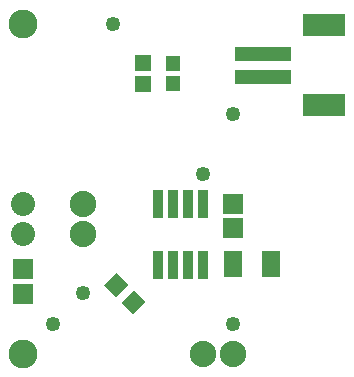
<source format=gts>
G04 MADE WITH FRITZING*
G04 WWW.FRITZING.ORG*
G04 DOUBLE SIDED*
G04 HOLES PLATED*
G04 CONTOUR ON CENTER OF CONTOUR VECTOR*
%ASAXBY*%
%FSLAX23Y23*%
%MOIN*%
%OFA0B0*%
%SFA1.0B1.0*%
%ADD10C,0.080000*%
%ADD11C,0.088000*%
%ADD12C,0.049370*%
%ADD13C,0.096614*%
%ADD14R,0.034000X0.097000*%
%ADD15R,0.191102X0.049370*%
%ADD16R,0.143858X0.072992*%
%ADD17R,0.053307X0.057244*%
%ADD18R,0.059208X0.088736*%
%ADD19R,0.059222X0.088736*%
%ADD20R,0.069055X0.065118*%
%ADD21C,0.010000*%
%LNMASK1*%
G90*
G70*
G54D10*
X120Y623D03*
X120Y523D03*
G54D11*
X720Y123D03*
X820Y123D03*
X320Y623D03*
X320Y523D03*
G54D12*
X820Y223D03*
X220Y223D03*
X420Y1223D03*
X820Y923D03*
X720Y723D03*
G54D13*
X120Y123D03*
X120Y1223D03*
G54D12*
X320Y324D03*
G54D14*
X620Y417D03*
X570Y623D03*
X670Y623D03*
X670Y417D03*
X620Y623D03*
X720Y417D03*
X720Y623D03*
X570Y417D03*
G54D15*
X920Y1123D03*
X920Y1044D03*
G54D16*
X1125Y1218D03*
X1125Y950D03*
G54D17*
X520Y1023D03*
X520Y1090D03*
G54D18*
X820Y423D03*
G54D19*
X948Y423D03*
G54D20*
X120Y323D03*
X120Y404D03*
X820Y623D03*
X820Y542D03*
G54D21*
G36*
X472Y353D02*
X430Y311D01*
X391Y350D01*
X433Y392D01*
X472Y353D01*
G37*
D02*
G36*
X529Y296D02*
X487Y254D01*
X449Y293D01*
X490Y335D01*
X529Y296D01*
G37*
D02*
G36*
X598Y1047D02*
X642Y1047D01*
X642Y999D01*
X598Y999D01*
X598Y1047D01*
G37*
D02*
G36*
X598Y1114D02*
X642Y1114D01*
X642Y1066D01*
X598Y1066D01*
X598Y1114D01*
G37*
D02*
G04 End of Mask1*
M02*
</source>
